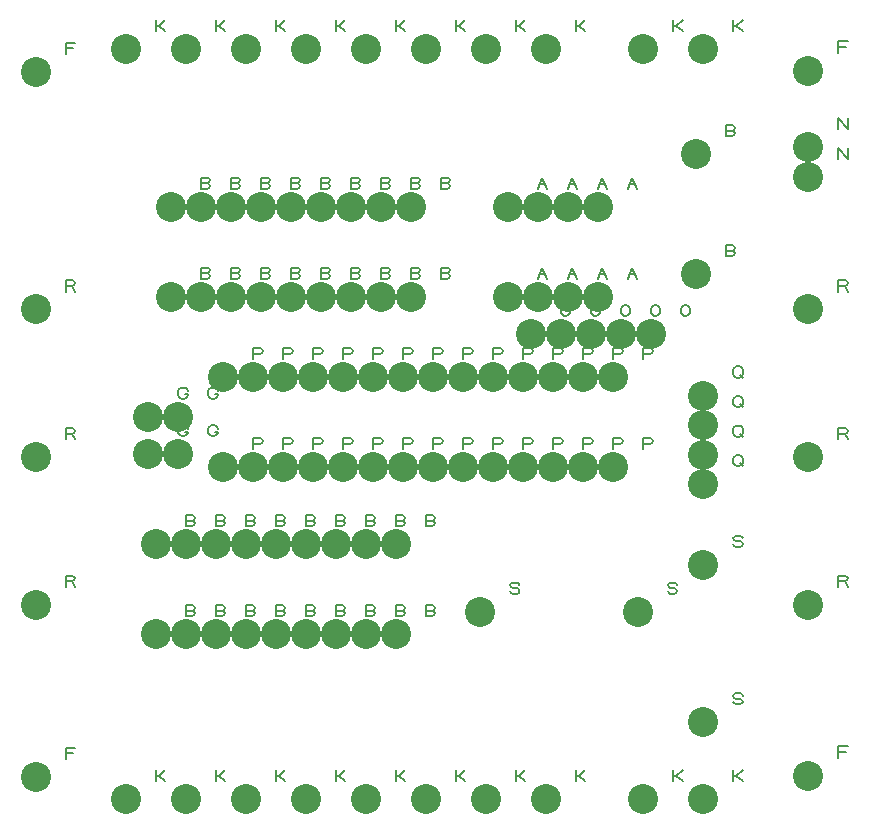
<source format=gbr>
G04 EasyPC Gerber Version 20.0.2 Build 4112 *
G04 #@! TF.Part,Single*
%FSLAX35Y35*%
%MOIN*%
%ADD14C,0.00500*%
%ADD27C,0.10000*%
X0Y0D02*
D02*
D14*
X30250Y28687D02*
Y32437D01*
X33375*
X32750Y30563D02*
X30250D01*
Y86010D02*
Y89760D01*
X32437*
X33063Y89448*
X33375Y88823*
X33063Y88198*
X32437Y87885*
X30250*
X32437D02*
X33375Y86010D01*
X30250Y135223D02*
Y138973D01*
X32437*
X33063Y138661*
X33375Y138035*
X33063Y137411*
X32437Y137098*
X30250*
X32437D02*
X33375Y135223D01*
X30250Y184435D02*
Y188185D01*
X32437*
X33063Y187873*
X33375Y187248*
X33063Y186623*
X32437Y186311*
X30250*
X32437D02*
X33375Y184435D01*
X30250Y263687D02*
Y267437D01*
X33375*
X32750Y265563D02*
X30250D01*
X60250Y21187D02*
Y24937D01*
Y23063D02*
X61187D01*
X63375Y24937*
X61187Y23063D02*
X63375Y21187D01*
X60250Y271227D02*
Y274977D01*
Y273102D02*
X61187D01*
X63375Y274977*
X61187Y273102D02*
X63375Y271227D01*
X69937Y137750D02*
X70875D01*
Y137437*
X70563Y136813*
X70250Y136500*
X69625Y136187*
X69000*
X68375Y136500*
X68063Y136813*
X67750Y137437*
Y138687*
X68063Y139313*
X68375Y139625*
X69000Y139937*
X69625*
X70250Y139625*
X70563Y139313*
X70875Y138687*
X69937Y150250D02*
X70875D01*
Y149937*
X70563Y149313*
X70250Y149000*
X69625Y148687*
X69000*
X68375Y149000*
X68063Y149313*
X67750Y149937*
Y151187*
X68063Y151813*
X68375Y152125*
X69000Y152437*
X69625*
X70250Y152125*
X70563Y151813*
X70875Y151187*
X72437Y78063D02*
X73063Y77750D01*
X73375Y77125*
X73063Y76500*
X72437Y76187*
X70250*
Y79937*
X72437*
X73063Y79625*
X73375Y79000*
X73063Y78375*
X72437Y78063*
X70250*
X72437Y108063D02*
X73063Y107750D01*
X73375Y107125*
X73063Y106500*
X72437Y106187*
X70250*
Y109937*
X72437*
X73063Y109625*
X73375Y109000*
X73063Y108375*
X72437Y108063*
X70250*
X77437Y190563D02*
X78063Y190250D01*
X78375Y189625*
X78063Y189000*
X77437Y188687*
X75250*
Y192437*
X77437*
X78063Y192125*
X78375Y191500*
X78063Y190875*
X77437Y190563*
X75250*
X77437Y220563D02*
X78063Y220250D01*
X78375Y219625*
X78063Y219000*
X77437Y218687*
X75250*
Y222437*
X77437*
X78063Y222125*
X78375Y221500*
X78063Y220875*
X77437Y220563*
X75250*
X79937Y137750D02*
X80875D01*
Y137437*
X80563Y136813*
X80250Y136500*
X79625Y136187*
X79000*
X78375Y136500*
X78063Y136813*
X77750Y137437*
Y138687*
X78063Y139313*
X78375Y139625*
X79000Y139937*
X79625*
X80250Y139625*
X80563Y139313*
X80875Y138687*
X79937Y150250D02*
X80875D01*
Y149937*
X80563Y149313*
X80250Y149000*
X79625Y148687*
X79000*
X78375Y149000*
X78063Y149313*
X77750Y149937*
Y151187*
X78063Y151813*
X78375Y152125*
X79000Y152437*
X79625*
X80250Y152125*
X80563Y151813*
X80875Y151187*
X80250Y21187D02*
Y24937D01*
Y23063D02*
X81187D01*
X83375Y24937*
X81187Y23063D02*
X83375Y21187D01*
X82437Y78063D02*
X83063Y77750D01*
X83375Y77125*
X83063Y76500*
X82437Y76187*
X80250*
Y79937*
X82437*
X83063Y79625*
X83375Y79000*
X83063Y78375*
X82437Y78063*
X80250*
X82437Y108063D02*
X83063Y107750D01*
X83375Y107125*
X83063Y106500*
X82437Y106187*
X80250*
Y109937*
X82437*
X83063Y109625*
X83375Y109000*
X83063Y108375*
X82437Y108063*
X80250*
Y271227D02*
Y274977D01*
Y273102D02*
X81187D01*
X83375Y274977*
X81187Y273102D02*
X83375Y271227D01*
X87437Y190563D02*
X88063Y190250D01*
X88375Y189625*
X88063Y189000*
X87437Y188687*
X85250*
Y192437*
X87437*
X88063Y192125*
X88375Y191500*
X88063Y190875*
X87437Y190563*
X85250*
X87437Y220563D02*
X88063Y220250D01*
X88375Y219625*
X88063Y219000*
X87437Y218687*
X85250*
Y222437*
X87437*
X88063Y222125*
X88375Y221500*
X88063Y220875*
X87437Y220563*
X85250*
X92437Y78063D02*
X93063Y77750D01*
X93375Y77125*
X93063Y76500*
X92437Y76187*
X90250*
Y79937*
X92437*
X93063Y79625*
X93375Y79000*
X93063Y78375*
X92437Y78063*
X90250*
X92437Y108063D02*
X93063Y107750D01*
X93375Y107125*
X93063Y106500*
X92437Y106187*
X90250*
Y109937*
X92437*
X93063Y109625*
X93375Y109000*
X93063Y108375*
X92437Y108063*
X90250*
X92750Y131887D02*
Y135637D01*
X94937*
X95563Y135325*
X95875Y134700*
X95563Y134075*
X94937Y133762*
X92750*
Y161887D02*
Y165637D01*
X94937*
X95563Y165325*
X95875Y164700*
X95563Y164075*
X94937Y163762*
X92750*
X97437Y190563D02*
X98063Y190250D01*
X98375Y189625*
X98063Y189000*
X97437Y188687*
X95250*
Y192437*
X97437*
X98063Y192125*
X98375Y191500*
X98063Y190875*
X97437Y190563*
X95250*
X97437Y220563D02*
X98063Y220250D01*
X98375Y219625*
X98063Y219000*
X97437Y218687*
X95250*
Y222437*
X97437*
X98063Y222125*
X98375Y221500*
X98063Y220875*
X97437Y220563*
X95250*
X100250Y21187D02*
Y24937D01*
Y23063D02*
X101187D01*
X103375Y24937*
X101187Y23063D02*
X103375Y21187D01*
X102437Y78063D02*
X103063Y77750D01*
X103375Y77125*
X103063Y76500*
X102437Y76187*
X100250*
Y79937*
X102437*
X103063Y79625*
X103375Y79000*
X103063Y78375*
X102437Y78063*
X100250*
X102437Y108063D02*
X103063Y107750D01*
X103375Y107125*
X103063Y106500*
X102437Y106187*
X100250*
Y109937*
X102437*
X103063Y109625*
X103375Y109000*
X103063Y108375*
X102437Y108063*
X100250*
Y271227D02*
Y274977D01*
Y273102D02*
X101187D01*
X103375Y274977*
X101187Y273102D02*
X103375Y271227D01*
X102750Y131887D02*
Y135637D01*
X104937*
X105563Y135325*
X105875Y134700*
X105563Y134075*
X104937Y133762*
X102750*
Y161887D02*
Y165637D01*
X104937*
X105563Y165325*
X105875Y164700*
X105563Y164075*
X104937Y163762*
X102750*
X107437Y190563D02*
X108063Y190250D01*
X108375Y189625*
X108063Y189000*
X107437Y188687*
X105250*
Y192437*
X107437*
X108063Y192125*
X108375Y191500*
X108063Y190875*
X107437Y190563*
X105250*
X107437Y220563D02*
X108063Y220250D01*
X108375Y219625*
X108063Y219000*
X107437Y218687*
X105250*
Y222437*
X107437*
X108063Y222125*
X108375Y221500*
X108063Y220875*
X107437Y220563*
X105250*
X112437Y78063D02*
X113063Y77750D01*
X113375Y77125*
X113063Y76500*
X112437Y76187*
X110250*
Y79937*
X112437*
X113063Y79625*
X113375Y79000*
X113063Y78375*
X112437Y78063*
X110250*
X112437Y108063D02*
X113063Y107750D01*
X113375Y107125*
X113063Y106500*
X112437Y106187*
X110250*
Y109937*
X112437*
X113063Y109625*
X113375Y109000*
X113063Y108375*
X112437Y108063*
X110250*
X112750Y131887D02*
Y135637D01*
X114937*
X115563Y135325*
X115875Y134700*
X115563Y134075*
X114937Y133762*
X112750*
Y161887D02*
Y165637D01*
X114937*
X115563Y165325*
X115875Y164700*
X115563Y164075*
X114937Y163762*
X112750*
X117437Y190563D02*
X118063Y190250D01*
X118375Y189625*
X118063Y189000*
X117437Y188687*
X115250*
Y192437*
X117437*
X118063Y192125*
X118375Y191500*
X118063Y190875*
X117437Y190563*
X115250*
X117437Y220563D02*
X118063Y220250D01*
X118375Y219625*
X118063Y219000*
X117437Y218687*
X115250*
Y222437*
X117437*
X118063Y222125*
X118375Y221500*
X118063Y220875*
X117437Y220563*
X115250*
X120250Y21187D02*
Y24937D01*
Y23063D02*
X121187D01*
X123375Y24937*
X121187Y23063D02*
X123375Y21187D01*
X122437Y78063D02*
X123063Y77750D01*
X123375Y77125*
X123063Y76500*
X122437Y76187*
X120250*
Y79937*
X122437*
X123063Y79625*
X123375Y79000*
X123063Y78375*
X122437Y78063*
X120250*
X122437Y108063D02*
X123063Y107750D01*
X123375Y107125*
X123063Y106500*
X122437Y106187*
X120250*
Y109937*
X122437*
X123063Y109625*
X123375Y109000*
X123063Y108375*
X122437Y108063*
X120250*
Y271227D02*
Y274977D01*
Y273102D02*
X121187D01*
X123375Y274977*
X121187Y273102D02*
X123375Y271227D01*
X122750Y131887D02*
Y135637D01*
X124937*
X125563Y135325*
X125875Y134700*
X125563Y134075*
X124937Y133762*
X122750*
Y161887D02*
Y165637D01*
X124937*
X125563Y165325*
X125875Y164700*
X125563Y164075*
X124937Y163762*
X122750*
X127437Y190563D02*
X128063Y190250D01*
X128375Y189625*
X128063Y189000*
X127437Y188687*
X125250*
Y192437*
X127437*
X128063Y192125*
X128375Y191500*
X128063Y190875*
X127437Y190563*
X125250*
X127437Y220563D02*
X128063Y220250D01*
X128375Y219625*
X128063Y219000*
X127437Y218687*
X125250*
Y222437*
X127437*
X128063Y222125*
X128375Y221500*
X128063Y220875*
X127437Y220563*
X125250*
X132437Y78063D02*
X133063Y77750D01*
X133375Y77125*
X133063Y76500*
X132437Y76187*
X130250*
Y79937*
X132437*
X133063Y79625*
X133375Y79000*
X133063Y78375*
X132437Y78063*
X130250*
X132437Y108063D02*
X133063Y107750D01*
X133375Y107125*
X133063Y106500*
X132437Y106187*
X130250*
Y109937*
X132437*
X133063Y109625*
X133375Y109000*
X133063Y108375*
X132437Y108063*
X130250*
X132750Y131887D02*
Y135637D01*
X134937*
X135563Y135325*
X135875Y134700*
X135563Y134075*
X134937Y133762*
X132750*
Y161887D02*
Y165637D01*
X134937*
X135563Y165325*
X135875Y164700*
X135563Y164075*
X134937Y163762*
X132750*
X137437Y190563D02*
X138063Y190250D01*
X138375Y189625*
X138063Y189000*
X137437Y188687*
X135250*
Y192437*
X137437*
X138063Y192125*
X138375Y191500*
X138063Y190875*
X137437Y190563*
X135250*
X137437Y220563D02*
X138063Y220250D01*
X138375Y219625*
X138063Y219000*
X137437Y218687*
X135250*
Y222437*
X137437*
X138063Y222125*
X138375Y221500*
X138063Y220875*
X137437Y220563*
X135250*
X140250Y21187D02*
Y24937D01*
Y23063D02*
X141187D01*
X143375Y24937*
X141187Y23063D02*
X143375Y21187D01*
X142437Y78063D02*
X143063Y77750D01*
X143375Y77125*
X143063Y76500*
X142437Y76187*
X140250*
Y79937*
X142437*
X143063Y79625*
X143375Y79000*
X143063Y78375*
X142437Y78063*
X140250*
X142437Y108063D02*
X143063Y107750D01*
X143375Y107125*
X143063Y106500*
X142437Y106187*
X140250*
Y109937*
X142437*
X143063Y109625*
X143375Y109000*
X143063Y108375*
X142437Y108063*
X140250*
Y271227D02*
Y274977D01*
Y273102D02*
X141187D01*
X143375Y274977*
X141187Y273102D02*
X143375Y271227D01*
X142750Y131887D02*
Y135637D01*
X144937*
X145563Y135325*
X145875Y134700*
X145563Y134075*
X144937Y133762*
X142750*
Y161887D02*
Y165637D01*
X144937*
X145563Y165325*
X145875Y164700*
X145563Y164075*
X144937Y163762*
X142750*
X147437Y190563D02*
X148063Y190250D01*
X148375Y189625*
X148063Y189000*
X147437Y188687*
X145250*
Y192437*
X147437*
X148063Y192125*
X148375Y191500*
X148063Y190875*
X147437Y190563*
X145250*
X147437Y220563D02*
X148063Y220250D01*
X148375Y219625*
X148063Y219000*
X147437Y218687*
X145250*
Y222437*
X147437*
X148063Y222125*
X148375Y221500*
X148063Y220875*
X147437Y220563*
X145250*
X152437Y78063D02*
X153063Y77750D01*
X153375Y77125*
X153063Y76500*
X152437Y76187*
X150250*
Y79937*
X152437*
X153063Y79625*
X153375Y79000*
X153063Y78375*
X152437Y78063*
X150250*
X152437Y108063D02*
X153063Y107750D01*
X153375Y107125*
X153063Y106500*
X152437Y106187*
X150250*
Y109937*
X152437*
X153063Y109625*
X153375Y109000*
X153063Y108375*
X152437Y108063*
X150250*
X152750Y131887D02*
Y135637D01*
X154937*
X155563Y135325*
X155875Y134700*
X155563Y134075*
X154937Y133762*
X152750*
Y161887D02*
Y165637D01*
X154937*
X155563Y165325*
X155875Y164700*
X155563Y164075*
X154937Y163762*
X152750*
X157437Y190563D02*
X158063Y190250D01*
X158375Y189625*
X158063Y189000*
X157437Y188687*
X155250*
Y192437*
X157437*
X158063Y192125*
X158375Y191500*
X158063Y190875*
X157437Y190563*
X155250*
X157437Y220563D02*
X158063Y220250D01*
X158375Y219625*
X158063Y219000*
X157437Y218687*
X155250*
Y222437*
X157437*
X158063Y222125*
X158375Y221500*
X158063Y220875*
X157437Y220563*
X155250*
X160250Y21187D02*
Y24937D01*
Y23063D02*
X161187D01*
X163375Y24937*
X161187Y23063D02*
X163375Y21187D01*
X160250Y271227D02*
Y274977D01*
Y273102D02*
X161187D01*
X163375Y274977*
X161187Y273102D02*
X163375Y271227D01*
X162750Y131887D02*
Y135637D01*
X164937*
X165563Y135325*
X165875Y134700*
X165563Y134075*
X164937Y133762*
X162750*
Y161887D02*
Y165637D01*
X164937*
X165563Y165325*
X165875Y164700*
X165563Y164075*
X164937Y163762*
X162750*
X172750Y131887D02*
Y135637D01*
X174937*
X175563Y135325*
X175875Y134700*
X175563Y134075*
X174937Y133762*
X172750*
Y161887D02*
Y165637D01*
X174937*
X175563Y165325*
X175875Y164700*
X175563Y164075*
X174937Y163762*
X172750*
X178380Y84625D02*
X178693Y84000D01*
X179317Y83687*
X180567*
X181193Y84000*
X181505Y84625*
X181193Y85250*
X180567Y85563*
X179317*
X178693Y85875*
X178380Y86500*
X178693Y87125*
X179317Y87437*
X180567*
X181193Y87125*
X181505Y86500*
X180250Y21187D02*
Y24937D01*
Y23063D02*
X181187D01*
X183375Y24937*
X181187Y23063D02*
X183375Y21187D01*
X180250Y271227D02*
Y274977D01*
Y273102D02*
X181187D01*
X183375Y274977*
X181187Y273102D02*
X183375Y271227D01*
X182750Y131887D02*
Y135637D01*
X184937*
X185563Y135325*
X185875Y134700*
X185563Y134075*
X184937Y133762*
X182750*
Y161887D02*
Y165637D01*
X184937*
X185563Y165325*
X185875Y164700*
X185563Y164075*
X184937Y163762*
X182750*
X187533Y188687D02*
X189096Y192437D01*
X190659Y188687*
X188159Y190250D02*
X190033D01*
X187533Y218687D02*
X189096Y222437D01*
X190659Y218687*
X188159Y220250D02*
X190033D01*
X192750Y131887D02*
Y135637D01*
X194937*
X195563Y135325*
X195875Y134700*
X195563Y134075*
X194937Y133762*
X192750*
Y161887D02*
Y165637D01*
X194937*
X195563Y165325*
X195875Y164700*
X195563Y164075*
X194937Y163762*
X192750*
X195250Y177437D02*
Y178687D01*
X195563Y179313*
X195875Y179625*
X196500Y179937*
X197125*
X197750Y179625*
X198063Y179313*
X198375Y178687*
Y177437*
X198063Y176813*
X197750Y176500*
X197125Y176187*
X196500*
X195875Y176500*
X195563Y176813*
X195250Y177437*
X197533Y188687D02*
X199096Y192437D01*
X200659Y188687*
X198159Y190250D02*
X200033D01*
X197533Y218687D02*
X199096Y222437D01*
X200659Y218687*
X198159Y220250D02*
X200033D01*
X200250Y21187D02*
Y24937D01*
Y23063D02*
X201187D01*
X203375Y24937*
X201187Y23063D02*
X203375Y21187D01*
X200250Y271227D02*
Y274977D01*
Y273102D02*
X201187D01*
X203375Y274977*
X201187Y273102D02*
X203375Y271227D01*
X202750Y131887D02*
Y135637D01*
X204937*
X205563Y135325*
X205875Y134700*
X205563Y134075*
X204937Y133762*
X202750*
Y161887D02*
Y165637D01*
X204937*
X205563Y165325*
X205875Y164700*
X205563Y164075*
X204937Y163762*
X202750*
X205250Y177437D02*
Y178687D01*
X205563Y179313*
X205875Y179625*
X206500Y179937*
X207125*
X207750Y179625*
X208063Y179313*
X208375Y178687*
Y177437*
X208063Y176813*
X207750Y176500*
X207125Y176187*
X206500*
X205875Y176500*
X205563Y176813*
X205250Y177437*
X207533Y188687D02*
X209096Y192437D01*
X210659Y188687*
X208159Y190250D02*
X210033D01*
X207533Y218687D02*
X209096Y222437D01*
X210659Y218687*
X208159Y220250D02*
X210033D01*
X212750Y131887D02*
Y135637D01*
X214937*
X215563Y135325*
X215875Y134700*
X215563Y134075*
X214937Y133762*
X212750*
Y161887D02*
Y165637D01*
X214937*
X215563Y165325*
X215875Y164700*
X215563Y164075*
X214937Y163762*
X212750*
X215250Y177437D02*
Y178687D01*
X215563Y179313*
X215875Y179625*
X216500Y179937*
X217125*
X217750Y179625*
X218063Y179313*
X218375Y178687*
Y177437*
X218063Y176813*
X217750Y176500*
X217125Y176187*
X216500*
X215875Y176500*
X215563Y176813*
X215250Y177437*
X217533Y188687D02*
X219096Y192437D01*
X220659Y188687*
X218159Y190250D02*
X220033D01*
X217533Y218687D02*
X219096Y222437D01*
X220659Y218687*
X218159Y220250D02*
X220033D01*
X222750Y131887D02*
Y135637D01*
X224937*
X225563Y135325*
X225875Y134700*
X225563Y134075*
X224937Y133762*
X222750*
Y161887D02*
Y165637D01*
X224937*
X225563Y165325*
X225875Y164700*
X225563Y164075*
X224937Y163762*
X222750*
X225250Y177437D02*
Y178687D01*
X225563Y179313*
X225875Y179625*
X226500Y179937*
X227125*
X227750Y179625*
X228063Y179313*
X228375Y178687*
Y177437*
X228063Y176813*
X227750Y176500*
X227125Y176187*
X226500*
X225875Y176500*
X225563Y176813*
X225250Y177437*
X230900Y84625D02*
X231212Y84000D01*
X231837Y83687*
X233087*
X233712Y84000*
X234025Y84625*
X233712Y85250*
X233087Y85563*
X231837*
X231212Y85875*
X230900Y86500*
X231212Y87125*
X231837Y87437*
X233087*
X233712Y87125*
X234025Y86500*
X232750Y21187D02*
Y24937D01*
Y23063D02*
X233687D01*
X235875Y24937*
X233687Y23063D02*
X235875Y21187D01*
X232750Y271187D02*
Y274937D01*
Y273063D02*
X233687D01*
X235875Y274937*
X233687Y273063D02*
X235875Y271187D01*
X235250Y177437D02*
Y178687D01*
X235563Y179313*
X235875Y179625*
X236500Y179937*
X237125*
X237750Y179625*
X238063Y179313*
X238375Y178687*
Y177437*
X238063Y176813*
X237750Y176500*
X237125Y176187*
X236500*
X235875Y176500*
X235563Y176813*
X235250Y177437*
X252437Y198063D02*
X253063Y197750D01*
X253375Y197125*
X253063Y196500*
X252437Y196187*
X250250*
Y199937*
X252437*
X253063Y199625*
X253375Y199000*
X253063Y198375*
X252437Y198063*
X250250*
X252437Y238063D02*
X253063Y237750D01*
X253375Y237125*
X253063Y236500*
X252437Y236187*
X250250*
Y239937*
X252437*
X253063Y239625*
X253375Y239000*
X253063Y238375*
X252437Y238063*
X250250*
X252750Y21187D02*
Y24937D01*
Y23063D02*
X253687D01*
X255875Y24937*
X253687Y23063D02*
X255875Y21187D01*
X252750Y47755D02*
X253063Y47130D01*
X253687Y46817*
X254937*
X255563Y47130*
X255875Y47755*
X255563Y48380*
X254937Y48693*
X253687*
X253063Y49005*
X252750Y49630*
X253063Y50255*
X253687Y50567*
X254937*
X255563Y50255*
X255875Y49630*
X252750Y100275D02*
X253063Y99650D01*
X253687Y99337*
X254937*
X255563Y99650*
X255875Y100275*
X255563Y100900*
X254937Y101212*
X253687*
X253063Y101525*
X252750Y102150*
X253063Y102775*
X253687Y103087*
X254937*
X255563Y102775*
X255875Y102150*
X252750Y127437D02*
Y128687D01*
X253063Y129313*
X253375Y129625*
X254000Y129937*
X254625*
X255250Y129625*
X255563Y129313*
X255875Y128687*
Y127437*
X255563Y126813*
X255250Y126500*
X254625Y126187*
X254000*
X253375Y126500*
X253063Y126813*
X252750Y127437*
X254937Y127125D02*
X255875Y126187D01*
X252750Y137280D02*
Y138530D01*
X253063Y139155*
X253375Y139468*
X254000Y139780*
X254625*
X255250Y139468*
X255563Y139155*
X255875Y138530*
Y137280*
X255563Y136655*
X255250Y136343*
X254625Y136030*
X254000*
X253375Y136343*
X253063Y136655*
X252750Y137280*
X254937Y136968D02*
X255875Y136030D01*
X252750Y147122D02*
Y148372D01*
X253063Y148998*
X253375Y149310*
X254000Y149622*
X254625*
X255250Y149310*
X255563Y148998*
X255875Y148372*
Y147122*
X255563Y146498*
X255250Y146185*
X254625Y145872*
X254000*
X253375Y146185*
X253063Y146498*
X252750Y147122*
X254937Y146810D02*
X255875Y145872D01*
X252750Y156965D02*
Y158215D01*
X253063Y158840*
X253375Y159153*
X254000Y159465*
X254625*
X255250Y159153*
X255563Y158840*
X255875Y158215*
Y156965*
X255563Y156340*
X255250Y156028*
X254625Y155715*
X254000*
X253375Y156028*
X253063Y156340*
X252750Y156965*
X254937Y156653D02*
X255875Y155715D01*
X252750Y271187D02*
Y274937D01*
Y273063D02*
X253687D01*
X255875Y274937*
X253687Y273063D02*
X255875Y271187D01*
X287750Y29055D02*
Y32805D01*
X290875*
X290250Y30930D02*
X287750D01*
Y86010D02*
Y89760D01*
X289937*
X290563Y89448*
X290875Y88823*
X290563Y88198*
X289937Y87885*
X287750*
X289937D02*
X290875Y86010D01*
X287750Y135223D02*
Y138973D01*
X289937*
X290563Y138661*
X290875Y138035*
X290563Y137411*
X289937Y137098*
X287750*
X289937D02*
X290875Y135223D01*
X287750Y184435D02*
Y188185D01*
X289937*
X290563Y187873*
X290875Y187248*
X290563Y186623*
X289937Y186311*
X287750*
X289937D02*
X290875Y184435D01*
X287750Y228687D02*
Y232437D01*
X290875Y228687*
Y232437*
X287750Y238687D02*
Y242437D01*
X290875Y238687*
Y242437*
X287750Y264055D02*
Y267805D01*
X290875*
X290250Y265930D02*
X287750D01*
D02*
D27*
X20250Y22750D03*
Y80073D03*
Y129285D03*
Y178498D03*
Y257750D03*
X50250Y15250D03*
Y265289D03*
X57750Y130250D03*
Y142750D03*
X60250Y70250D03*
Y100250D03*
X65250Y182750D03*
Y212750D03*
X67750Y130250D03*
Y142750D03*
X70250Y15250D03*
Y70250D03*
Y100250D03*
Y265289D03*
X75250Y182750D03*
Y212750D03*
X80250Y70250D03*
Y100250D03*
X82750Y125950D03*
Y155950D03*
X85250Y182750D03*
Y212750D03*
X90250Y15250D03*
Y70250D03*
Y100250D03*
Y265289D03*
X92750Y125950D03*
Y155950D03*
X95250Y182750D03*
Y212750D03*
X100250Y70250D03*
Y100250D03*
X102750Y125950D03*
Y155950D03*
X105250Y182750D03*
Y212750D03*
X110250Y15250D03*
Y70250D03*
Y100250D03*
Y265289D03*
X112750Y125950D03*
Y155950D03*
X115250Y182750D03*
Y212750D03*
X120250Y70250D03*
Y100250D03*
X122750Y125950D03*
Y155950D03*
X125250Y182750D03*
Y212750D03*
X130250Y15250D03*
Y70250D03*
Y100250D03*
Y265289D03*
X132750Y125950D03*
Y155950D03*
X135250Y182750D03*
Y212750D03*
X140250Y70250D03*
Y100250D03*
X142750Y125950D03*
Y155950D03*
X145250Y182750D03*
Y212750D03*
X150250Y15250D03*
Y265289D03*
X152750Y125950D03*
Y155950D03*
X162750Y125950D03*
Y155950D03*
X168380Y77750D03*
X170250Y15250D03*
Y265289D03*
X172750Y125950D03*
Y155950D03*
X177533Y182750D03*
Y212750D03*
X182750Y125950D03*
Y155950D03*
X185250Y170250D03*
X187533Y182750D03*
Y212750D03*
X190250Y15250D03*
Y265289D03*
X192750Y125950D03*
Y155950D03*
X195250Y170250D03*
X197533Y182750D03*
Y212750D03*
X202750Y125950D03*
Y155950D03*
X205250Y170250D03*
X207533Y182750D03*
Y212750D03*
X212750Y125950D03*
Y155950D03*
X215250Y170250D03*
X220900Y77750D03*
X222750Y15250D03*
Y265250D03*
X225250Y170250D03*
X240250Y190250D03*
Y230250D03*
X242750Y15250D03*
Y40880D03*
Y93400D03*
Y120250D03*
Y130093D03*
Y139935D03*
Y149778D03*
Y265250D03*
X277750Y23118D03*
Y80073D03*
Y129285D03*
Y178498D03*
Y222750D03*
Y232750D03*
Y258118D03*
X0Y0D02*
M02*

</source>
